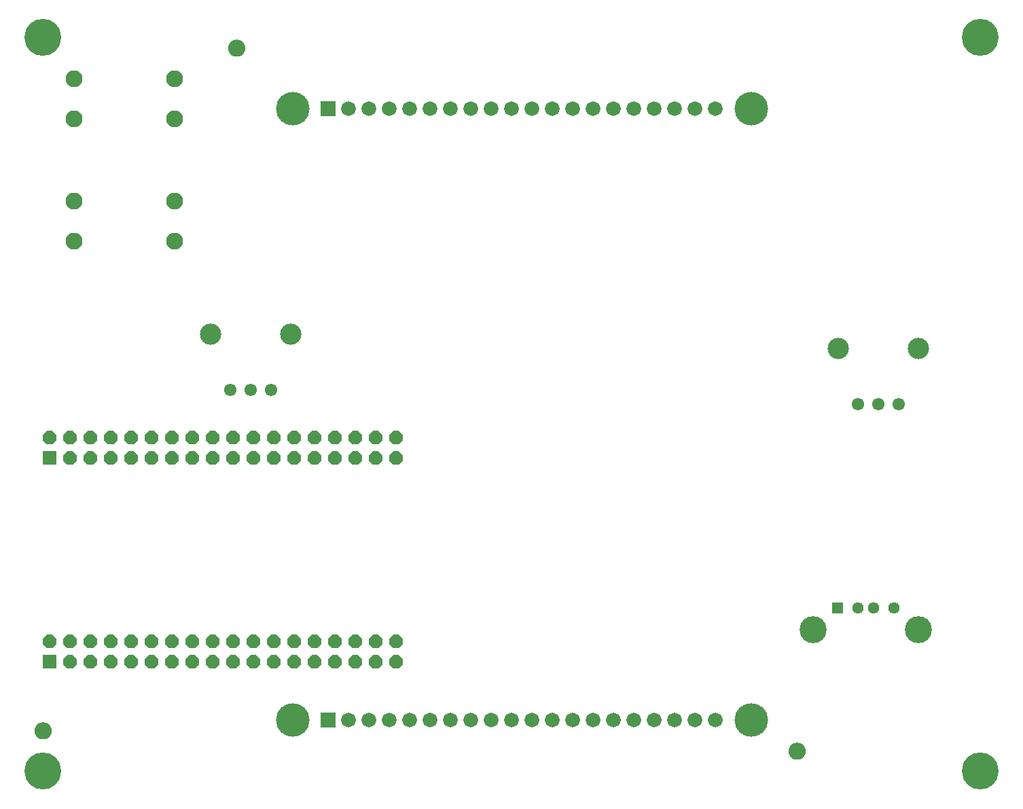
<source format=gbr>
G04 EAGLE Gerber RS-274X export*
G75*
%MOMM*%
%FSLAX34Y34*%
%LPD*%
%INSoldermask Bottom*%
%IPPOS*%
%AMOC8*
5,1,8,0,0,1.08239X$1,22.5*%
G01*
%ADD10C,0.609600*%
%ADD11C,1.168400*%
%ADD12R,1.828800X1.828800*%
%ADD13C,1.828800*%
%ADD14C,4.168400*%
%ADD15R,1.440400X1.440400*%
%ADD16C,1.440400*%
%ADD17C,3.372400*%
%ADD18C,4.597400*%
%ADD19C,1.552400*%
%ADD20C,2.652400*%
%ADD21C,2.112400*%
%ADD22R,1.676400X1.676400*%
%ADD23P,1.814519X8X22.500000*%


D10*
X982980Y76200D02*
X982982Y76387D01*
X982989Y76574D01*
X983001Y76761D01*
X983017Y76947D01*
X983037Y77133D01*
X983062Y77318D01*
X983092Y77503D01*
X983126Y77687D01*
X983165Y77870D01*
X983208Y78052D01*
X983256Y78232D01*
X983308Y78412D01*
X983365Y78590D01*
X983425Y78767D01*
X983491Y78942D01*
X983560Y79116D01*
X983634Y79288D01*
X983712Y79458D01*
X983794Y79626D01*
X983880Y79792D01*
X983970Y79956D01*
X984064Y80117D01*
X984162Y80277D01*
X984264Y80433D01*
X984370Y80588D01*
X984480Y80739D01*
X984593Y80888D01*
X984710Y81034D01*
X984830Y81177D01*
X984954Y81317D01*
X985081Y81454D01*
X985212Y81588D01*
X985346Y81719D01*
X985483Y81846D01*
X985623Y81970D01*
X985766Y82090D01*
X985912Y82207D01*
X986061Y82320D01*
X986212Y82430D01*
X986367Y82536D01*
X986523Y82638D01*
X986683Y82736D01*
X986844Y82830D01*
X987008Y82920D01*
X987174Y83006D01*
X987342Y83088D01*
X987512Y83166D01*
X987684Y83240D01*
X987858Y83309D01*
X988033Y83375D01*
X988210Y83435D01*
X988388Y83492D01*
X988568Y83544D01*
X988748Y83592D01*
X988930Y83635D01*
X989113Y83674D01*
X989297Y83708D01*
X989482Y83738D01*
X989667Y83763D01*
X989853Y83783D01*
X990039Y83799D01*
X990226Y83811D01*
X990413Y83818D01*
X990600Y83820D01*
X990787Y83818D01*
X990974Y83811D01*
X991161Y83799D01*
X991347Y83783D01*
X991533Y83763D01*
X991718Y83738D01*
X991903Y83708D01*
X992087Y83674D01*
X992270Y83635D01*
X992452Y83592D01*
X992632Y83544D01*
X992812Y83492D01*
X992990Y83435D01*
X993167Y83375D01*
X993342Y83309D01*
X993516Y83240D01*
X993688Y83166D01*
X993858Y83088D01*
X994026Y83006D01*
X994192Y82920D01*
X994356Y82830D01*
X994517Y82736D01*
X994677Y82638D01*
X994833Y82536D01*
X994988Y82430D01*
X995139Y82320D01*
X995288Y82207D01*
X995434Y82090D01*
X995577Y81970D01*
X995717Y81846D01*
X995854Y81719D01*
X995988Y81588D01*
X996119Y81454D01*
X996246Y81317D01*
X996370Y81177D01*
X996490Y81034D01*
X996607Y80888D01*
X996720Y80739D01*
X996830Y80588D01*
X996936Y80433D01*
X997038Y80277D01*
X997136Y80117D01*
X997230Y79956D01*
X997320Y79792D01*
X997406Y79626D01*
X997488Y79458D01*
X997566Y79288D01*
X997640Y79116D01*
X997709Y78942D01*
X997775Y78767D01*
X997835Y78590D01*
X997892Y78412D01*
X997944Y78232D01*
X997992Y78052D01*
X998035Y77870D01*
X998074Y77687D01*
X998108Y77503D01*
X998138Y77318D01*
X998163Y77133D01*
X998183Y76947D01*
X998199Y76761D01*
X998211Y76574D01*
X998218Y76387D01*
X998220Y76200D01*
X998218Y76013D01*
X998211Y75826D01*
X998199Y75639D01*
X998183Y75453D01*
X998163Y75267D01*
X998138Y75082D01*
X998108Y74897D01*
X998074Y74713D01*
X998035Y74530D01*
X997992Y74348D01*
X997944Y74168D01*
X997892Y73988D01*
X997835Y73810D01*
X997775Y73633D01*
X997709Y73458D01*
X997640Y73284D01*
X997566Y73112D01*
X997488Y72942D01*
X997406Y72774D01*
X997320Y72608D01*
X997230Y72444D01*
X997136Y72283D01*
X997038Y72123D01*
X996936Y71967D01*
X996830Y71812D01*
X996720Y71661D01*
X996607Y71512D01*
X996490Y71366D01*
X996370Y71223D01*
X996246Y71083D01*
X996119Y70946D01*
X995988Y70812D01*
X995854Y70681D01*
X995717Y70554D01*
X995577Y70430D01*
X995434Y70310D01*
X995288Y70193D01*
X995139Y70080D01*
X994988Y69970D01*
X994833Y69864D01*
X994677Y69762D01*
X994517Y69664D01*
X994356Y69570D01*
X994192Y69480D01*
X994026Y69394D01*
X993858Y69312D01*
X993688Y69234D01*
X993516Y69160D01*
X993342Y69091D01*
X993167Y69025D01*
X992990Y68965D01*
X992812Y68908D01*
X992632Y68856D01*
X992452Y68808D01*
X992270Y68765D01*
X992087Y68726D01*
X991903Y68692D01*
X991718Y68662D01*
X991533Y68637D01*
X991347Y68617D01*
X991161Y68601D01*
X990974Y68589D01*
X990787Y68582D01*
X990600Y68580D01*
X990413Y68582D01*
X990226Y68589D01*
X990039Y68601D01*
X989853Y68617D01*
X989667Y68637D01*
X989482Y68662D01*
X989297Y68692D01*
X989113Y68726D01*
X988930Y68765D01*
X988748Y68808D01*
X988568Y68856D01*
X988388Y68908D01*
X988210Y68965D01*
X988033Y69025D01*
X987858Y69091D01*
X987684Y69160D01*
X987512Y69234D01*
X987342Y69312D01*
X987174Y69394D01*
X987008Y69480D01*
X986844Y69570D01*
X986683Y69664D01*
X986523Y69762D01*
X986367Y69864D01*
X986212Y69970D01*
X986061Y70080D01*
X985912Y70193D01*
X985766Y70310D01*
X985623Y70430D01*
X985483Y70554D01*
X985346Y70681D01*
X985212Y70812D01*
X985081Y70946D01*
X984954Y71083D01*
X984830Y71223D01*
X984710Y71366D01*
X984593Y71512D01*
X984480Y71661D01*
X984370Y71812D01*
X984264Y71967D01*
X984162Y72123D01*
X984064Y72283D01*
X983970Y72444D01*
X983880Y72608D01*
X983794Y72774D01*
X983712Y72942D01*
X983634Y73112D01*
X983560Y73284D01*
X983491Y73458D01*
X983425Y73633D01*
X983365Y73810D01*
X983308Y73988D01*
X983256Y74168D01*
X983208Y74348D01*
X983165Y74530D01*
X983126Y74713D01*
X983092Y74897D01*
X983062Y75082D01*
X983037Y75267D01*
X983017Y75453D01*
X983001Y75639D01*
X982989Y75826D01*
X982982Y76013D01*
X982980Y76200D01*
D11*
X990600Y76200D03*
D10*
X284480Y952500D02*
X284482Y952687D01*
X284489Y952874D01*
X284501Y953061D01*
X284517Y953247D01*
X284537Y953433D01*
X284562Y953618D01*
X284592Y953803D01*
X284626Y953987D01*
X284665Y954170D01*
X284708Y954352D01*
X284756Y954532D01*
X284808Y954712D01*
X284865Y954890D01*
X284925Y955067D01*
X284991Y955242D01*
X285060Y955416D01*
X285134Y955588D01*
X285212Y955758D01*
X285294Y955926D01*
X285380Y956092D01*
X285470Y956256D01*
X285564Y956417D01*
X285662Y956577D01*
X285764Y956733D01*
X285870Y956888D01*
X285980Y957039D01*
X286093Y957188D01*
X286210Y957334D01*
X286330Y957477D01*
X286454Y957617D01*
X286581Y957754D01*
X286712Y957888D01*
X286846Y958019D01*
X286983Y958146D01*
X287123Y958270D01*
X287266Y958390D01*
X287412Y958507D01*
X287561Y958620D01*
X287712Y958730D01*
X287867Y958836D01*
X288023Y958938D01*
X288183Y959036D01*
X288344Y959130D01*
X288508Y959220D01*
X288674Y959306D01*
X288842Y959388D01*
X289012Y959466D01*
X289184Y959540D01*
X289358Y959609D01*
X289533Y959675D01*
X289710Y959735D01*
X289888Y959792D01*
X290068Y959844D01*
X290248Y959892D01*
X290430Y959935D01*
X290613Y959974D01*
X290797Y960008D01*
X290982Y960038D01*
X291167Y960063D01*
X291353Y960083D01*
X291539Y960099D01*
X291726Y960111D01*
X291913Y960118D01*
X292100Y960120D01*
X292287Y960118D01*
X292474Y960111D01*
X292661Y960099D01*
X292847Y960083D01*
X293033Y960063D01*
X293218Y960038D01*
X293403Y960008D01*
X293587Y959974D01*
X293770Y959935D01*
X293952Y959892D01*
X294132Y959844D01*
X294312Y959792D01*
X294490Y959735D01*
X294667Y959675D01*
X294842Y959609D01*
X295016Y959540D01*
X295188Y959466D01*
X295358Y959388D01*
X295526Y959306D01*
X295692Y959220D01*
X295856Y959130D01*
X296017Y959036D01*
X296177Y958938D01*
X296333Y958836D01*
X296488Y958730D01*
X296639Y958620D01*
X296788Y958507D01*
X296934Y958390D01*
X297077Y958270D01*
X297217Y958146D01*
X297354Y958019D01*
X297488Y957888D01*
X297619Y957754D01*
X297746Y957617D01*
X297870Y957477D01*
X297990Y957334D01*
X298107Y957188D01*
X298220Y957039D01*
X298330Y956888D01*
X298436Y956733D01*
X298538Y956577D01*
X298636Y956417D01*
X298730Y956256D01*
X298820Y956092D01*
X298906Y955926D01*
X298988Y955758D01*
X299066Y955588D01*
X299140Y955416D01*
X299209Y955242D01*
X299275Y955067D01*
X299335Y954890D01*
X299392Y954712D01*
X299444Y954532D01*
X299492Y954352D01*
X299535Y954170D01*
X299574Y953987D01*
X299608Y953803D01*
X299638Y953618D01*
X299663Y953433D01*
X299683Y953247D01*
X299699Y953061D01*
X299711Y952874D01*
X299718Y952687D01*
X299720Y952500D01*
X299718Y952313D01*
X299711Y952126D01*
X299699Y951939D01*
X299683Y951753D01*
X299663Y951567D01*
X299638Y951382D01*
X299608Y951197D01*
X299574Y951013D01*
X299535Y950830D01*
X299492Y950648D01*
X299444Y950468D01*
X299392Y950288D01*
X299335Y950110D01*
X299275Y949933D01*
X299209Y949758D01*
X299140Y949584D01*
X299066Y949412D01*
X298988Y949242D01*
X298906Y949074D01*
X298820Y948908D01*
X298730Y948744D01*
X298636Y948583D01*
X298538Y948423D01*
X298436Y948267D01*
X298330Y948112D01*
X298220Y947961D01*
X298107Y947812D01*
X297990Y947666D01*
X297870Y947523D01*
X297746Y947383D01*
X297619Y947246D01*
X297488Y947112D01*
X297354Y946981D01*
X297217Y946854D01*
X297077Y946730D01*
X296934Y946610D01*
X296788Y946493D01*
X296639Y946380D01*
X296488Y946270D01*
X296333Y946164D01*
X296177Y946062D01*
X296017Y945964D01*
X295856Y945870D01*
X295692Y945780D01*
X295526Y945694D01*
X295358Y945612D01*
X295188Y945534D01*
X295016Y945460D01*
X294842Y945391D01*
X294667Y945325D01*
X294490Y945265D01*
X294312Y945208D01*
X294132Y945156D01*
X293952Y945108D01*
X293770Y945065D01*
X293587Y945026D01*
X293403Y944992D01*
X293218Y944962D01*
X293033Y944937D01*
X292847Y944917D01*
X292661Y944901D01*
X292474Y944889D01*
X292287Y944882D01*
X292100Y944880D01*
X291913Y944882D01*
X291726Y944889D01*
X291539Y944901D01*
X291353Y944917D01*
X291167Y944937D01*
X290982Y944962D01*
X290797Y944992D01*
X290613Y945026D01*
X290430Y945065D01*
X290248Y945108D01*
X290068Y945156D01*
X289888Y945208D01*
X289710Y945265D01*
X289533Y945325D01*
X289358Y945391D01*
X289184Y945460D01*
X289012Y945534D01*
X288842Y945612D01*
X288674Y945694D01*
X288508Y945780D01*
X288344Y945870D01*
X288183Y945964D01*
X288023Y946062D01*
X287867Y946164D01*
X287712Y946270D01*
X287561Y946380D01*
X287412Y946493D01*
X287266Y946610D01*
X287123Y946730D01*
X286983Y946854D01*
X286846Y946981D01*
X286712Y947112D01*
X286581Y947246D01*
X286454Y947383D01*
X286330Y947523D01*
X286210Y947666D01*
X286093Y947812D01*
X285980Y947961D01*
X285870Y948112D01*
X285764Y948267D01*
X285662Y948423D01*
X285564Y948583D01*
X285470Y948744D01*
X285380Y948908D01*
X285294Y949074D01*
X285212Y949242D01*
X285134Y949412D01*
X285060Y949584D01*
X284991Y949758D01*
X284925Y949933D01*
X284865Y950110D01*
X284808Y950288D01*
X284756Y950468D01*
X284708Y950648D01*
X284665Y950830D01*
X284626Y951013D01*
X284592Y951197D01*
X284562Y951382D01*
X284537Y951567D01*
X284517Y951753D01*
X284501Y951939D01*
X284489Y952126D01*
X284482Y952313D01*
X284480Y952500D01*
D11*
X292100Y952500D03*
D10*
X43180Y101600D02*
X43182Y101787D01*
X43189Y101974D01*
X43201Y102161D01*
X43217Y102347D01*
X43237Y102533D01*
X43262Y102718D01*
X43292Y102903D01*
X43326Y103087D01*
X43365Y103270D01*
X43408Y103452D01*
X43456Y103632D01*
X43508Y103812D01*
X43565Y103990D01*
X43625Y104167D01*
X43691Y104342D01*
X43760Y104516D01*
X43834Y104688D01*
X43912Y104858D01*
X43994Y105026D01*
X44080Y105192D01*
X44170Y105356D01*
X44264Y105517D01*
X44362Y105677D01*
X44464Y105833D01*
X44570Y105988D01*
X44680Y106139D01*
X44793Y106288D01*
X44910Y106434D01*
X45030Y106577D01*
X45154Y106717D01*
X45281Y106854D01*
X45412Y106988D01*
X45546Y107119D01*
X45683Y107246D01*
X45823Y107370D01*
X45966Y107490D01*
X46112Y107607D01*
X46261Y107720D01*
X46412Y107830D01*
X46567Y107936D01*
X46723Y108038D01*
X46883Y108136D01*
X47044Y108230D01*
X47208Y108320D01*
X47374Y108406D01*
X47542Y108488D01*
X47712Y108566D01*
X47884Y108640D01*
X48058Y108709D01*
X48233Y108775D01*
X48410Y108835D01*
X48588Y108892D01*
X48768Y108944D01*
X48948Y108992D01*
X49130Y109035D01*
X49313Y109074D01*
X49497Y109108D01*
X49682Y109138D01*
X49867Y109163D01*
X50053Y109183D01*
X50239Y109199D01*
X50426Y109211D01*
X50613Y109218D01*
X50800Y109220D01*
X50987Y109218D01*
X51174Y109211D01*
X51361Y109199D01*
X51547Y109183D01*
X51733Y109163D01*
X51918Y109138D01*
X52103Y109108D01*
X52287Y109074D01*
X52470Y109035D01*
X52652Y108992D01*
X52832Y108944D01*
X53012Y108892D01*
X53190Y108835D01*
X53367Y108775D01*
X53542Y108709D01*
X53716Y108640D01*
X53888Y108566D01*
X54058Y108488D01*
X54226Y108406D01*
X54392Y108320D01*
X54556Y108230D01*
X54717Y108136D01*
X54877Y108038D01*
X55033Y107936D01*
X55188Y107830D01*
X55339Y107720D01*
X55488Y107607D01*
X55634Y107490D01*
X55777Y107370D01*
X55917Y107246D01*
X56054Y107119D01*
X56188Y106988D01*
X56319Y106854D01*
X56446Y106717D01*
X56570Y106577D01*
X56690Y106434D01*
X56807Y106288D01*
X56920Y106139D01*
X57030Y105988D01*
X57136Y105833D01*
X57238Y105677D01*
X57336Y105517D01*
X57430Y105356D01*
X57520Y105192D01*
X57606Y105026D01*
X57688Y104858D01*
X57766Y104688D01*
X57840Y104516D01*
X57909Y104342D01*
X57975Y104167D01*
X58035Y103990D01*
X58092Y103812D01*
X58144Y103632D01*
X58192Y103452D01*
X58235Y103270D01*
X58274Y103087D01*
X58308Y102903D01*
X58338Y102718D01*
X58363Y102533D01*
X58383Y102347D01*
X58399Y102161D01*
X58411Y101974D01*
X58418Y101787D01*
X58420Y101600D01*
X58418Y101413D01*
X58411Y101226D01*
X58399Y101039D01*
X58383Y100853D01*
X58363Y100667D01*
X58338Y100482D01*
X58308Y100297D01*
X58274Y100113D01*
X58235Y99930D01*
X58192Y99748D01*
X58144Y99568D01*
X58092Y99388D01*
X58035Y99210D01*
X57975Y99033D01*
X57909Y98858D01*
X57840Y98684D01*
X57766Y98512D01*
X57688Y98342D01*
X57606Y98174D01*
X57520Y98008D01*
X57430Y97844D01*
X57336Y97683D01*
X57238Y97523D01*
X57136Y97367D01*
X57030Y97212D01*
X56920Y97061D01*
X56807Y96912D01*
X56690Y96766D01*
X56570Y96623D01*
X56446Y96483D01*
X56319Y96346D01*
X56188Y96212D01*
X56054Y96081D01*
X55917Y95954D01*
X55777Y95830D01*
X55634Y95710D01*
X55488Y95593D01*
X55339Y95480D01*
X55188Y95370D01*
X55033Y95264D01*
X54877Y95162D01*
X54717Y95064D01*
X54556Y94970D01*
X54392Y94880D01*
X54226Y94794D01*
X54058Y94712D01*
X53888Y94634D01*
X53716Y94560D01*
X53542Y94491D01*
X53367Y94425D01*
X53190Y94365D01*
X53012Y94308D01*
X52832Y94256D01*
X52652Y94208D01*
X52470Y94165D01*
X52287Y94126D01*
X52103Y94092D01*
X51918Y94062D01*
X51733Y94037D01*
X51547Y94017D01*
X51361Y94001D01*
X51174Y93989D01*
X50987Y93982D01*
X50800Y93980D01*
X50613Y93982D01*
X50426Y93989D01*
X50239Y94001D01*
X50053Y94017D01*
X49867Y94037D01*
X49682Y94062D01*
X49497Y94092D01*
X49313Y94126D01*
X49130Y94165D01*
X48948Y94208D01*
X48768Y94256D01*
X48588Y94308D01*
X48410Y94365D01*
X48233Y94425D01*
X48058Y94491D01*
X47884Y94560D01*
X47712Y94634D01*
X47542Y94712D01*
X47374Y94794D01*
X47208Y94880D01*
X47044Y94970D01*
X46883Y95064D01*
X46723Y95162D01*
X46567Y95264D01*
X46412Y95370D01*
X46261Y95480D01*
X46112Y95593D01*
X45966Y95710D01*
X45823Y95830D01*
X45683Y95954D01*
X45546Y96081D01*
X45412Y96212D01*
X45281Y96346D01*
X45154Y96483D01*
X45030Y96623D01*
X44910Y96766D01*
X44793Y96912D01*
X44680Y97061D01*
X44570Y97212D01*
X44464Y97367D01*
X44362Y97523D01*
X44264Y97683D01*
X44170Y97844D01*
X44080Y98008D01*
X43994Y98174D01*
X43912Y98342D01*
X43834Y98512D01*
X43760Y98684D01*
X43691Y98858D01*
X43625Y99033D01*
X43565Y99210D01*
X43508Y99388D01*
X43456Y99568D01*
X43408Y99748D01*
X43365Y99930D01*
X43326Y100113D01*
X43292Y100297D01*
X43262Y100482D01*
X43237Y100667D01*
X43217Y100853D01*
X43201Y101039D01*
X43189Y101226D01*
X43182Y101413D01*
X43180Y101600D01*
D11*
X50800Y101600D03*
D12*
X406400Y876300D03*
D13*
X431800Y876300D03*
X457200Y876300D03*
X482600Y876300D03*
X508000Y876300D03*
X533400Y876300D03*
X558800Y876300D03*
X584200Y876300D03*
X609600Y876300D03*
X635000Y876300D03*
X660400Y876300D03*
X685800Y876300D03*
X711200Y876300D03*
X736600Y876300D03*
X762000Y876300D03*
X787400Y876300D03*
X812800Y876300D03*
X838200Y876300D03*
X863600Y876300D03*
X889000Y876300D03*
D12*
X406400Y114300D03*
D13*
X431800Y114300D03*
X457200Y114300D03*
X482600Y114300D03*
X508000Y114300D03*
X533400Y114300D03*
X558800Y114300D03*
X584200Y114300D03*
X609600Y114300D03*
X635000Y114300D03*
X660400Y114300D03*
X685800Y114300D03*
X711200Y114300D03*
X736600Y114300D03*
X762000Y114300D03*
X787400Y114300D03*
X812800Y114300D03*
X838200Y114300D03*
X863600Y114300D03*
X889000Y114300D03*
D14*
X361950Y114300D03*
X933450Y114300D03*
X361950Y876300D03*
X933450Y876300D03*
D15*
X1041400Y254000D03*
D16*
X1066400Y254000D03*
X1086400Y254000D03*
X1111400Y254000D03*
D17*
X1010700Y226900D03*
X1142100Y226900D03*
D18*
X50800Y965200D03*
X1219200Y965200D03*
X1219200Y50800D03*
X50800Y50800D03*
D19*
X1067200Y508000D03*
X1092200Y508000D03*
X1117200Y508000D03*
D20*
X1042200Y578000D03*
X1142200Y578000D03*
D19*
X284880Y525780D03*
X309880Y525780D03*
X334880Y525780D03*
D20*
X259880Y595780D03*
X359880Y595780D03*
D21*
X214900Y761600D03*
X214900Y711600D03*
X89900Y711600D03*
X89900Y761600D03*
X214900Y914000D03*
X214900Y864000D03*
X89900Y864000D03*
X89900Y914000D03*
D22*
X59100Y187700D03*
D23*
X59100Y213100D03*
X84500Y187700D03*
X84500Y213100D03*
X109900Y187700D03*
X109900Y213100D03*
X135300Y187700D03*
X135300Y213100D03*
X160700Y187700D03*
X160700Y213100D03*
X186100Y187700D03*
X186100Y213100D03*
X211500Y187700D03*
X211500Y213100D03*
X236900Y187700D03*
X236900Y213100D03*
X262300Y187700D03*
X262300Y213100D03*
X287700Y187700D03*
X287700Y213100D03*
X313100Y187700D03*
X313100Y213100D03*
X338500Y187700D03*
X338500Y213100D03*
X363900Y187700D03*
X363900Y213100D03*
X389300Y187700D03*
X389300Y213100D03*
X414700Y187700D03*
X414700Y213100D03*
X440100Y187700D03*
X440100Y213100D03*
X465500Y187700D03*
X465500Y213100D03*
X490900Y187700D03*
X490900Y213100D03*
D22*
X59100Y441700D03*
D23*
X59100Y467100D03*
X84500Y441700D03*
X84500Y467100D03*
X109900Y441700D03*
X109900Y467100D03*
X135300Y441700D03*
X135300Y467100D03*
X160700Y441700D03*
X160700Y467100D03*
X186100Y441700D03*
X186100Y467100D03*
X211500Y441700D03*
X211500Y467100D03*
X236900Y441700D03*
X236900Y467100D03*
X262300Y441700D03*
X262300Y467100D03*
X287700Y441700D03*
X287700Y467100D03*
X313100Y441700D03*
X313100Y467100D03*
X338500Y441700D03*
X338500Y467100D03*
X363900Y441700D03*
X363900Y467100D03*
X389300Y441700D03*
X389300Y467100D03*
X414700Y441700D03*
X414700Y467100D03*
X440100Y441700D03*
X440100Y467100D03*
X465500Y441700D03*
X465500Y467100D03*
X490900Y441700D03*
X490900Y467100D03*
M02*

</source>
